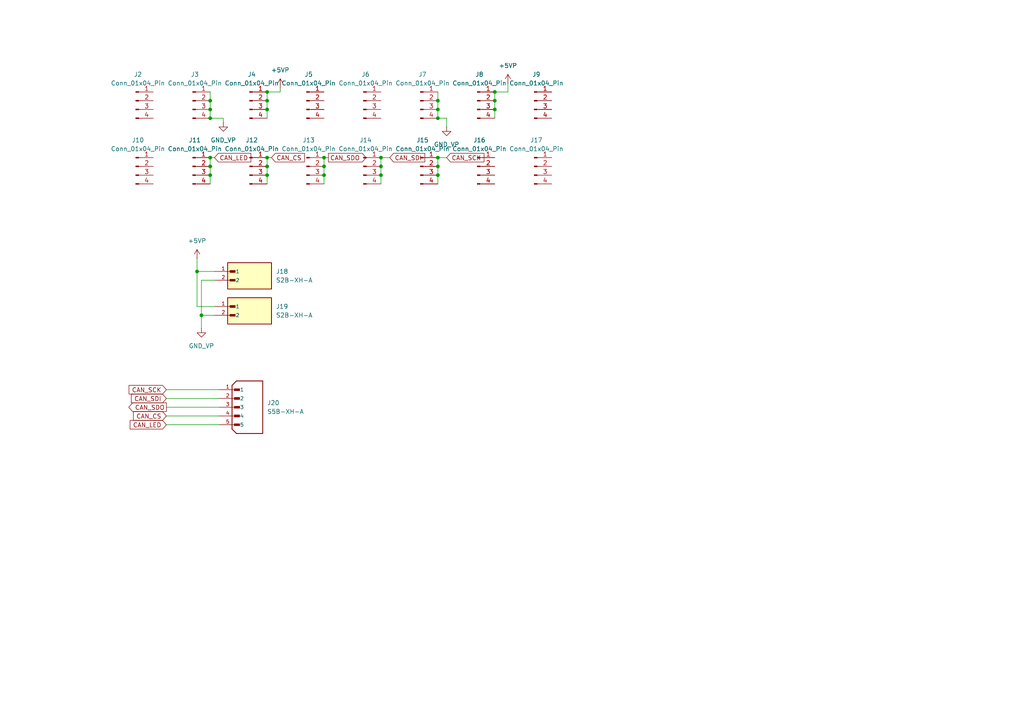
<source format=kicad_sch>
(kicad_sch (version 20250114) (generator "eeschema") (generator_version "9.0")
  (paper "A4")
  (title_block (title "CAN Isolation_Power Board") (date "2025-11-06") (rev "Ver.1.1") (company "ISHI-Kai"))
  (lib_symbols
    (symbol "Connector:Conn_01x04_Pin" (pin_names (offset 1.016) (hide yes))
      (property "Reference" "J" (at 0 5.08 0))
      (property "Value" "Conn_01x04_Pin" (at 0 -7.62 0))
      (symbol "Conn_01x04_Pin_1_1"
        (rectangle (start 0.8636 2.667) (end 0 2.413) (stroke (width 0.1524)) (fill (type outline)))
        (rectangle (start 0.8636 0.127) (end 0 -0.127) (stroke (width 0.1524)) (fill (type outline)))
        (rectangle (start 0.8636 -2.413) (end 0 -2.667) (stroke (width 0.1524)) (fill (type outline)))
        (rectangle (start 0.8636 -4.953) (end 0 -5.207) (stroke (width 0.1524)) (fill (type outline)))
        (polyline (pts (xy 1.27 2.54) (xy 0.8636 2.54)) (stroke (width 0.1524)))
        (polyline (pts (xy 1.27 0) (xy 0.8636 0)) (stroke (width 0.1524)))
        (polyline (pts (xy 1.27 -2.54) (xy 0.8636 -2.54)) (stroke (width 0.1524)))
        (polyline (pts (xy 1.27 -5.08) (xy 0.8636 -5.08)) (stroke (width 0.1524)))
        (pin passive line (at 5.08 2.54 180) (length 3.81) (name "Pin_1") (number "1"))
        (pin passive line (at 5.08 0 180) (length 3.81) (name "Pin_2") (number "2"))
        (pin passive line (at 5.08 -2.54 180) (length 3.81) (name "Pin_3") (number "3"))
        (pin passive line (at 5.08 -5.08 180) (length 3.81) (name "Pin_4") (number "4"))
      )
    )
    (symbol "S2B-XH-A:S2B-XH-A" (pin_names (offset 1.016))
      (property "Reference" "J" (at -6.85 5.08 0))
      (property "Value" "S2B-XH-A" (at -6.35 -5.08 0))
      (symbol "S2B-XH-A_0_0"
        (rectangle (start -6.35 -2.54) (end 6.35 5.08) (stroke (width 0.254)) (fill (type background)))
        (rectangle (start -5.715 2.2225) (end -4.1275 2.8575) (stroke (width 0.1)) (fill (type outline)))
        (rectangle (start -5.715 -0.3175) (end -4.1275 0.3175) (stroke (width 0.1)) (fill (type outline)))
        (pin passive line (at -10.16 2.54 0) (length 5.08) (name "1") (number "1"))
        (pin passive line (at -10.16 0 0) (length 5.08) (name "2") (number "2"))
      )
    )
    (symbol "S5B-XH-A:S5B-XH-A" (pin_names (offset 1.016))
      (property "Reference" "J" (at 0 8.89 0))
      (property "Value" "S5B-XH-A" (at 0 -10.16 0))
      (symbol "S5B-XH-A_0_0"
        (polyline (pts (xy -1.27 6.35) (xy -1.27 -6.35)) (stroke (width 0.254)))
        (polyline (pts (xy -1.27 6.35) (xy 0 7.62)) (stroke (width 0.254)))
        (polyline (pts (xy -1.27 -6.35) (xy 0 -7.62)) (stroke (width 0.254)))
        (rectangle (start -0.635 4.7625) (end 0.9525 5.3975) (stroke (width 0.1)) (fill (type outline)))
        (rectangle (start -0.635 2.2225) (end 0.9525 2.8575) (stroke (width 0.1)) (fill (type outline)))
        (rectangle (start -0.635 -0.3175) (end 0.9525 0.3175) (stroke (width 0.1)) (fill (type outline)))
        (rectangle (start -0.635 -2.8575) (end 0.9525 -2.2225) (stroke (width 0.1)) (fill (type outline)))
        (rectangle (start -0.635 -5.3975) (end 0.9525 -4.7625) (stroke (width 0.1)) (fill (type outline)))
        (polyline (pts (xy 0 -7.62) (xy 7.62 -7.62)) (stroke (width 0.254)))
        (polyline (pts (xy 7.62 7.62) (xy 0 7.62)) (stroke (width 0.254)))
        (polyline (pts (xy 7.62 -7.62) (xy 7.62 7.62)) (stroke (width 0.254)))
        (pin passive line (at -5.08 5.08 0) (length 5.08) (name "1") (number "1"))
        (pin passive line (at -5.08 2.54 0) (length 5.08) (name "2") (number "2"))
        (pin passive line (at -5.08 0 0) (length 5.08) (name "3") (number "3"))
        (pin passive line (at -5.08 -2.54 0) (length 5.08) (name "4") (number "4"))
        (pin passive line (at -5.08 -5.08 0) (length 5.08) (name "5") (number "5"))
      )
    )
    (symbol "power:+5VP" (power) (pin_numbers (hide yes)) (pin_names (offset 0) (hide yes))
      (property "Value" "+5VP" (at 0 3.556 0))
      (symbol "+5VP_0_1"
        (polyline (pts (xy -0.762 1.27) (xy 0 2.54)))
        (polyline (pts (xy 0 2.54) (xy 0.762 1.27)))
        (polyline (pts (xy 0 0) (xy 0 2.54)))
      )
      (symbol "+5VP_1_1"
        (pin power_in line (at 0 0 90) (length 0) (name "~") (number "1"))
      )
    )
    (symbol "power:GND1" (power) (pin_numbers (hide yes)) (pin_names (offset 0) (hide yes))
      (property "Value" "GND1" (at 0 -3.81 0))
      (symbol "GND1_0_1"
        (polyline (pts (xy 0 0) (xy 0 -1.27) (xy 1.27 -1.27) (xy 0 -2.54) (xy -1.27 -1.27) (xy 0 -1.27)))
      )
      (symbol "GND1_1_1"
        (pin power_in line (at 0 0 270) (length 0) (name "~") (number "1"))
      )
    )
  )
  (junction (at 110.49 50.8))
  (junction (at 77.47 31.75))
  (junction (at 93.98 50.8))
  (junction (at 60.96 31.75))
  (junction (at 77.47 50.8))
  (junction (at 77.47 48.26))
  (junction (at 127 45.72))
  (junction (at 60.96 29.21))
  (junction (at 60.96 34.29))
  (junction (at 77.47 26.67))
  (junction (at 93.98 45.72))
  (junction (at 127 29.21))
  (junction (at 77.47 29.21))
  (junction (at 60.96 45.72))
  (junction (at 60.96 48.26))
  (junction (at 110.49 45.72))
  (junction (at 57.15 78.74))
  (junction (at 127 48.26))
  (junction (at 127 31.75))
  (junction (at 143.51 26.67))
  (junction (at 77.47 45.72))
  (junction (at 143.51 31.75))
  (junction (at 110.49 48.26))
  (junction (at 143.51 29.21))
  (junction (at 127 34.29))
  (junction (at 127 50.8))
  (junction (at 60.96 50.8))
  (junction (at 93.98 48.26))
  (junction (at 58.42 91.44))
  (wire (pts (xy 77.47 48.26) (xy 77.47 50.8)))
  (wire (pts (xy 58.42 81.28) (xy 58.42 91.44)))
  (wire (pts (xy 48.26 118.11) (xy 63.5 118.11)))
  (wire (pts (xy 93.98 45.72) (xy 93.98 48.26)))
  (wire (pts (xy 48.26 113.03) (xy 63.5 113.03)))
  (wire (pts (xy 93.98 45.72) (xy 95.25 45.72)))
  (wire (pts (xy 127 48.26) (xy 127 50.8)))
  (wire (pts (xy 143.51 31.75) (xy 143.51 34.29)))
  (wire (pts (xy 127 45.72) (xy 129.54 45.72)))
  (wire (pts (xy 127 26.67) (xy 127 29.21)))
  (wire (pts (xy 127 50.8) (xy 127 53.34)))
  (wire (pts (xy 60.96 26.67) (xy 60.96 29.21)))
  (wire (pts (xy 110.49 45.72) (xy 113.03 45.72)))
  (wire (pts (xy 77.47 50.8) (xy 77.47 53.34)))
  (wire (pts (xy 110.49 45.72) (xy 110.49 48.26)))
  (wire (pts (xy 60.96 50.8) (xy 60.96 53.34)))
  (wire (pts (xy 60.96 29.21) (xy 60.96 31.75)))
  (wire (pts (xy 48.26 120.65) (xy 63.5 120.65)))
  (wire (pts (xy 57.15 78.74) (xy 62.23 78.74)))
  (wire (pts (xy 48.26 115.57) (xy 63.5 115.57)))
  (wire (pts (xy 57.15 74.93) (xy 57.15 78.74)))
  (wire (pts (xy 127 45.72) (xy 127 48.26)))
  (wire (pts (xy 48.26 123.19) (xy 63.5 123.19)))
  (wire (pts (xy 110.49 48.26) (xy 110.49 50.8)))
  (wire (pts (xy 81.28 26.67) (xy 77.47 26.67)))
  (wire (pts (xy 60.96 48.26) (xy 60.96 50.8)))
  (wire (pts (xy 93.98 50.8) (xy 93.98 53.34)))
  (wire (pts (xy 58.42 91.44) (xy 58.42 95.25)))
  (wire (pts (xy 60.96 31.75) (xy 60.96 34.29)))
  (wire (pts (xy 77.47 45.72) (xy 78.74 45.72)))
  (wire (pts (xy 147.32 24.13) (xy 147.32 26.67)))
  (wire (pts (xy 62.23 88.9) (xy 57.15 88.9)))
  (wire (pts (xy 64.77 35.56) (xy 64.77 34.29)))
  (wire (pts (xy 57.15 88.9) (xy 57.15 78.74)))
  (wire (pts (xy 77.47 26.67) (xy 77.47 29.21)))
  (wire (pts (xy 147.32 26.67) (xy 143.51 26.67)))
  (wire (pts (xy 60.96 45.72) (xy 62.23 45.72)))
  (wire (pts (xy 62.23 81.28) (xy 58.42 81.28)))
  (wire (pts (xy 143.51 29.21) (xy 143.51 31.75)))
  (wire (pts (xy 127 29.21) (xy 127 31.75)))
  (wire (pts (xy 58.42 91.44) (xy 62.23 91.44)))
  (wire (pts (xy 143.51 26.67) (xy 143.51 29.21)))
  (wire (pts (xy 77.47 29.21) (xy 77.47 31.75)))
  (wire (pts (xy 81.28 25.4) (xy 81.28 26.67)))
  (wire (pts (xy 77.47 45.72) (xy 77.47 48.26)))
  (wire (pts (xy 64.77 34.29) (xy 60.96 34.29)))
  (wire (pts (xy 93.98 48.26) (xy 93.98 50.8)))
  (wire (pts (xy 127 31.75) (xy 127 34.29)))
  (wire (pts (xy 77.47 31.75) (xy 77.47 34.29)))
  (wire (pts (xy 129.54 34.29) (xy 127 34.29)))
  (wire (pts (xy 129.54 36.83) (xy 129.54 34.29)))
  (wire (pts (xy 110.49 50.8) (xy 110.49 53.34)))
  (wire (pts (xy 60.96 45.72) (xy 60.96 48.26)))
  (global_label "CAN_SDI" (shape input) (at 48.26 115.57 180) (property "Intersheetrefs" "${INTERSHEET_REFS}" (effects (hide yes))))
  (global_label "CAN_LED" (shape input) (at 48.26 123.19 180) (property "Intersheetrefs" "${INTERSHEET_REFS}" (effects (hide yes))))
  (global_label "CAN_LED" (shape input) (at 62.23 45.72 0) (property "Intersheetrefs" "${INTERSHEET_REFS}" (effects (hide yes))))
  (global_label "CAN_CS" (shape input) (at 78.74 45.72 0) (property "Intersheetrefs" "${INTERSHEET_REFS}" (effects (hide yes))))
  (global_label "CAN_SCK" (shape input) (at 48.26 113.03 180) (property "Intersheetrefs" "${INTERSHEET_REFS}" (effects (hide yes))))
  (global_label "CAN_SDO" (shape output) (at 48.26 118.11 180) (property "Intersheetrefs" "${INTERSHEET_REFS}" (effects (hide yes))))
  (global_label "CAN_CS" (shape input) (at 48.26 120.65 180) (property "Intersheetrefs" "${INTERSHEET_REFS}" (effects (hide yes))))
  (global_label "CAN_SDO" (shape output) (at 95.25 45.72 0) (property "Intersheetrefs" "${INTERSHEET_REFS}" (effects (hide yes))))
  (global_label "CAN_SDI" (shape input) (at 113.03 45.72 0) (property "Intersheetrefs" "${INTERSHEET_REFS}" (effects (hide yes))))
  (global_label "CAN_SCK" (shape input) (at 129.54 45.72 0) (property "Intersheetrefs" "${INTERSHEET_REFS}" (effects (hide yes))))
  (symbol (lib_id "Connector:Conn_01x04_Pin") (at 121.92 29.21 0) (unit 1)
    (property "Reference" "J7" (at 122.555 21.59 0))
    (property "Value" "Conn_01x04_Pin" (at 122.555 24.13 0))
    (property "Footprint" "CAN_Isolation:PinHeader_1x04_P2.54mm_Vertical_noSilk" (effects (hide yes)))
    (property "Description" "Generic connector, single row, 01x04, script generated" (effects (hide yes)))
  )
  (symbol (lib_id "power:+5VP") (at 81.28 25.4 0) (unit 1)
    (property "Reference" "#PWR026" (effects (hide yes)))
    (property "Value" "+5VP" (at 81.28 20.32 0))
    (property "Description" "Power symbol creates a global label with name \"+5VP\"" (effects (hide yes)))
  )
  (symbol (lib_id "Connector:Conn_01x04_Pin") (at 138.43 29.21 0) (unit 1)
    (property "Reference" "J8" (at 139.065 21.59 0))
    (property "Value" "Conn_01x04_Pin" (at 139.065 24.13 0))
    (property "Footprint" "CAN_Isolation:PinHeader_1x04_P2.54mm_Vertical_noSilk" (effects (hide yes)))
    (property "Description" "Generic connector, single row, 01x04, script generated" (effects (hide yes)))
  )
  (symbol (lib_id "Connector:Conn_01x04_Pin") (at 55.88 29.21 0) (unit 1)
    (property "Reference" "J3" (at 56.515 21.59 0))
    (property "Value" "Conn_01x04_Pin" (at 56.515 24.13 0))
    (property "Footprint" "CAN_Isolation:PinHeader_1x04_P2.54mm_Vertical_noSilk" (effects (hide yes)))
    (property "Description" "Generic connector, single row, 01x04, script generated" (effects (hide yes)))
  )
  (symbol (lib_id "Connector:Conn_01x04_Pin") (at 121.92 48.26 0) (unit 1)
    (property "Reference" "J15" (at 122.555 40.64 0))
    (property "Value" "Conn_01x04_Pin" (at 122.555 43.18 0))
    (property "Footprint" "CAN_Isolation:PinHeader_1x04_P2.54mm_Vertical_noSilk" (effects (hide yes)))
    (property "Description" "Generic connector, single row, 01x04, script generated" (effects (hide yes)))
  )
  (symbol (lib_id "S2B-XH-A:S2B-XH-A") (at 72.39 91.44 0) (unit 1)
    (property "Reference" "J19" (at 80.01 88.8999 0) (effects (justify left)))
    (property "Value" "S2B-XH-A" (at 80.01 91.4399 0) (effects (justify left)))
    (property "Footprint" "CAN_Isolation:JST_S2B-XH-A" (effects (hide yes)))
    (property "MANUFACTURER" "JST" (effects (hide yes)))
  )
  (symbol (lib_id "Connector:Conn_01x04_Pin") (at 105.41 29.21 0) (unit 1)
    (property "Reference" "J6" (at 106.045 21.59 0))
    (property "Value" "Conn_01x04_Pin" (at 106.045 24.13 0))
    (property "Footprint" "CAN_Isolation:PinHeader_1x04_P2.54mm_Vertical_noSilk" (effects (hide yes)))
    (property "Description" "Generic connector, single row, 01x04, script generated" (effects (hide yes)))
  )
  (symbol (lib_id "Connector:Conn_01x04_Pin") (at 138.43 48.26 0) (unit 1)
    (property "Reference" "J16" (at 139.065 40.64 0))
    (property "Value" "Conn_01x04_Pin" (at 139.065 43.18 0))
    (property "Footprint" "CAN_Isolation:PinHeader_1x04_P2.54mm_Vertical_noSilk" (effects (hide yes)))
    (property "Description" "Generic connector, single row, 01x04, script generated" (effects (hide yes)))
  )
  (symbol (lib_id "power:GND1") (at 64.77 35.56 0) (unit 1)
    (property "Reference" "#PWR028" (effects (hide yes)))
    (property "Value" "GND_VP" (at 64.77 40.64 0))
    (property "Description" "Power symbol creates a global label with name \"GND1\" , ground" (effects (hide yes)))
  )
  (symbol (lib_id "Connector:Conn_01x04_Pin") (at 39.37 29.21 0) (unit 1)
    (property "Reference" "J2" (at 40.005 21.59 0))
    (property "Value" "Conn_01x04_Pin" (at 40.005 24.13 0))
    (property "Footprint" "CAN_Isolation:PinHeader_1x04_P2.54mm_Vertical_noSilk" (effects (hide yes)))
    (property "Description" "Generic connector, single row, 01x04, script generated" (effects (hide yes)))
  )
  (symbol (lib_id "S5B-XH-A:S5B-XH-A") (at 68.58 118.11 0) (unit 1)
    (property "Reference" "J20" (at 77.47 116.8399 0) (effects (justify left)))
    (property "Value" "S5B-XH-A" (at 77.47 119.3799 0) (effects (justify left)))
    (property "Footprint" "CAN_Isolation:JST_S5B-XH-A" (effects (hide yes)))
    (property "PARTREV" "27-1-20" (effects (hide yes)))
    (property "STANDARD" "Manufacturer Recommendations" (effects (hide yes)))
    (property "MAXIMUM_PACKAGE_HEIGHT" "6.1mm" (effects (hide yes)))
    (property "MANUFACTURER" "JST" (effects (hide yes)))
  )
  (symbol (lib_id "power:GND1") (at 129.54 36.83 0) (unit 1)
    (property "Reference" "#PWR029" (effects (hide yes)))
    (property "Value" "GND_VP" (at 129.54 41.91 0))
    (property "Description" "Power symbol creates a global label with name \"GND1\" , ground" (effects (hide yes)))
  )
  (symbol (lib_id "Connector:Conn_01x04_Pin") (at 39.37 48.26 0) (unit 1)
    (property "Reference" "J10" (at 40.005 40.64 0))
    (property "Value" "Conn_01x04_Pin" (at 40.005 43.18 0))
    (property "Footprint" "CAN_Isolation:PinHeader_1x04_P2.54mm_Vertical_noSilk" (effects (hide yes)))
    (property "Description" "Generic connector, single row, 01x04, script generated" (effects (hide yes)))
  )
  (symbol (lib_id "power:+5VP") (at 57.15 74.93 0) (unit 1)
    (property "Reference" "#PWR020" (effects (hide yes)))
    (property "Value" "+5VP" (at 57.15 69.85 0))
    (property "Description" "Power symbol creates a global label with name \"+5VP\"" (effects (hide yes)))
  )
  (symbol (lib_id "Connector:Conn_01x04_Pin") (at 55.88 48.26 0) (unit 1)
    (property "Reference" "J11" (at 56.515 40.64 0))
    (property "Value" "Conn_01x04_Pin" (at 56.515 43.18 0))
    (property "Footprint" "CAN_Isolation:PinHeader_1x04_P2.54mm_Vertical_noSilk" (effects (hide yes)))
    (property "Description" "Generic connector, single row, 01x04, script generated" (effects (hide yes)))
  )
  (symbol (lib_id "Connector:Conn_01x04_Pin") (at 105.41 48.26 0) (unit 1)
    (property "Reference" "J14" (at 106.045 40.64 0))
    (property "Value" "Conn_01x04_Pin" (at 106.045 43.18 0))
    (property "Footprint" "CAN_Isolation:PinHeader_1x04_P2.54mm_Vertical_noSilk" (effects (hide yes)))
    (property "Description" "Generic connector, single row, 01x04, script generated" (effects (hide yes)))
  )
  (symbol (lib_id "Connector:Conn_01x04_Pin") (at 72.39 48.26 0) (unit 1)
    (property "Reference" "J12" (at 73.025 40.64 0))
    (property "Value" "Conn_01x04_Pin" (at 73.025 43.18 0))
    (property "Footprint" "CAN_Isolation:PinHeader_1x04_P2.54mm_Vertical_noSilk" (effects (hide yes)))
    (property "Description" "Generic connector, single row, 01x04, script generated" (effects (hide yes)))
  )
  (symbol (lib_id "Connector:Conn_01x04_Pin") (at 88.9 29.21 0) (unit 1)
    (property "Reference" "J5" (at 89.535 21.59 0))
    (property "Value" "Conn_01x04_Pin" (at 89.535 24.13 0))
    (property "Footprint" "CAN_Isolation:PinHeader_1x04_P2.54mm_Vertical_noSilk" (effects (hide yes)))
    (property "Description" "Generic connector, single row, 01x04, script generated" (effects (hide yes)))
  )
  (symbol (lib_id "power:GND1") (at 58.42 95.25 0) (unit 1)
    (property "Reference" "#PWR025" (effects (hide yes)))
    (property "Value" "GND_VP" (at 58.42 100.33 0))
    (property "Description" "Power symbol creates a global label with name \"GND1\" , ground" (effects (hide yes)))
  )
  (symbol (lib_id "Connector:Conn_01x04_Pin") (at 154.94 48.26 0) (unit 1)
    (property "Reference" "J17" (at 155.575 40.64 0))
    (property "Value" "Conn_01x04_Pin" (at 155.575 43.18 0))
    (property "Footprint" "CAN_Isolation:PinHeader_1x04_P2.54mm_Vertical_noSilk" (effects (hide yes)))
    (property "Description" "Generic connector, single row, 01x04, script generated" (effects (hide yes)))
  )
  (symbol (lib_id "Connector:Conn_01x04_Pin") (at 72.39 29.21 0) (unit 1)
    (property "Reference" "J4" (at 73.025 21.59 0))
    (property "Value" "Conn_01x04_Pin" (at 73.025 24.13 0))
    (property "Footprint" "CAN_Isolation:PinHeader_1x04_P2.54mm_Vertical_noSilk" (effects (hide yes)))
    (property "Description" "Generic connector, single row, 01x04, script generated" (effects (hide yes)))
  )
  (symbol (lib_id "power:+5VP") (at 147.32 24.13 0) (unit 1)
    (property "Reference" "#PWR027" (effects (hide yes)))
    (property "Value" "+5VP" (at 147.32 19.05 0))
    (property "Description" "Power symbol creates a global label with name \"+5VP\"" (effects (hide yes)))
  )
  (symbol (lib_id "S2B-XH-A:S2B-XH-A") (at 72.39 81.28 0) (unit 1)
    (property "Reference" "J18" (at 80.01 78.7399 0) (effects (justify left)))
    (property "Value" "S2B-XH-A" (at 80.01 81.2799 0) (effects (justify left)))
    (property "Footprint" "CAN_Isolation:JST_S2B-XH-A" (effects (hide yes)))
    (property "MANUFACTURER" "JST" (effects (hide yes)))
  )
  (symbol (lib_id "Connector:Conn_01x04_Pin") (at 88.9 48.26 0) (unit 1)
    (property "Reference" "J13" (at 89.535 40.64 0))
    (property "Value" "Conn_01x04_Pin" (at 89.535 43.18 0))
    (property "Footprint" "CAN_Isolation:PinHeader_1x04_P2.54mm_Vertical_noSilk" (effects (hide yes)))
    (property "Description" "Generic connector, single row, 01x04, script generated" (effects (hide yes)))
  )
  (symbol (lib_id "Connector:Conn_01x04_Pin") (at 154.94 29.21 0) (unit 1)
    (property "Reference" "J9" (at 155.575 21.59 0))
    (property "Value" "Conn_01x04_Pin" (at 155.575 24.13 0))
    (property "Footprint" "CAN_Isolation:PinHeader_1x04_P2.54mm_Vertical_noSilk" (effects (hide yes)))
    (property "Description" "Generic connector, single row, 01x04, script generated" (effects (hide yes)))
  )
)
</source>
